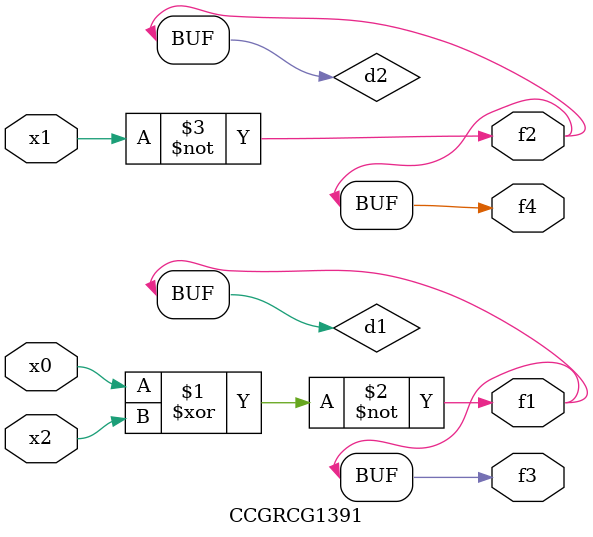
<source format=v>
module CCGRCG1391(
	input x0, x1, x2,
	output f1, f2, f3, f4
);

	wire d1, d2, d3;

	xnor (d1, x0, x2);
	nand (d2, x1);
	nor (d3, x1, x2);
	assign f1 = d1;
	assign f2 = d2;
	assign f3 = d1;
	assign f4 = d2;
endmodule

</source>
